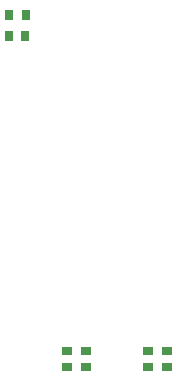
<source format=gbp>
G04*
G04 #@! TF.GenerationSoftware,Altium Limited,Altium Designer,20.2.7 (254)*
G04*
G04 Layer_Color=128*
%FSLAX25Y25*%
%MOIN*%
G70*
G04*
G04 #@! TF.SameCoordinates,ECD674B8-324E-4609-97E5-6B7B15D5A4BB*
G04*
G04*
G04 #@! TF.FilePolarity,Positive*
G04*
G01*
G75*
%ADD20R,0.03740X0.03150*%
%ADD21R,0.03150X0.03740*%
D20*
X-49750Y-61456D02*
D03*
Y-55944D02*
D03*
X-16601Y-61456D02*
D03*
Y-55944D02*
D03*
X-22901Y-61456D02*
D03*
Y-55944D02*
D03*
X-43350Y-61456D02*
D03*
Y-55944D02*
D03*
D21*
X-69106Y56000D02*
D03*
X-63595D02*
D03*
X-69157Y48897D02*
D03*
X-63645D02*
D03*
M02*

</source>
